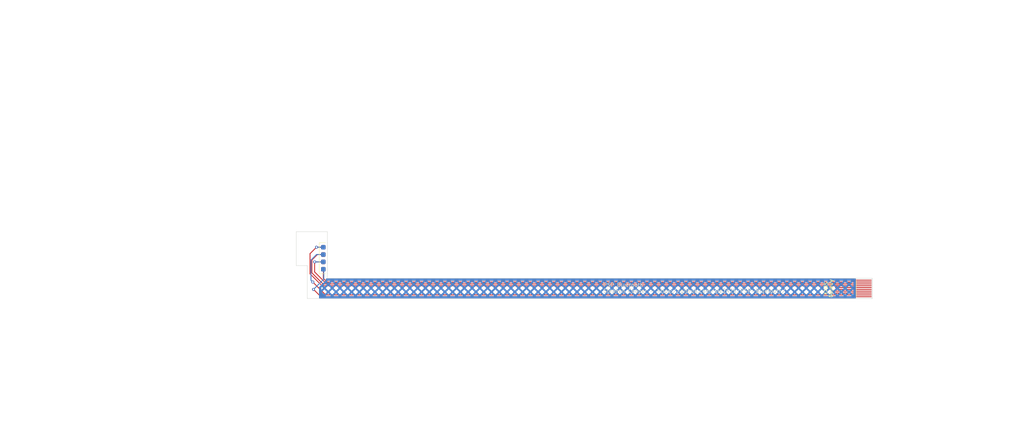
<source format=kicad_pcb>
(kicad_pcb (version 20240108) (generator "pcbnew") (generator_version "8.0")
  (layers (0 "F.Cu" signal) (31 "B.Cu" signal) (34 "B.Paste" user) (35 "F.Paste" user) (36 "B.SilkS" user "B.Silkscreen") (37 "F.SilkS" user "F.Silkscreen") (38 "B.Mask" user) (39 "F.Mask" user) (44 "Edge.Cuts" user))
  (net 0 "")
  (net 1 "/gnd")
  (net 2 "/+v")
  (net 3 "/gnd3")
  (net 4 "/PSP_y")
  (net 5 "/Analog_y")
  (net 6 "/PSP_x")
  (net 7 "/analog_x")
  (footprint "consolizer:PSP-analog" (layer "F.Cu") (at 101.798531 138.749873 -90)
    (property "Reference" "C6" (hide yes))
    (property "Value" "PSP-analog")
    (fp_line (start -3.5 1.25) (end 5 1.25) (stroke (width 0.12)) (layer "F.SilkS"))
    (fp_line (start 5 1.25) (end 5 -0.5) (stroke (width 0.1)) (layer "F.SilkS"))
    (fp_line (start -3.5 -0.5) (end -3.5 1.25) (stroke (width 0.1)) (layer "F.SilkS"))
    (fp_line (start 5 -1) (end -3.5 -1) (stroke (width 0.12)) (layer "Edge.Cuts"))
    (pad "1" smd roundrect (at -2.25 0.125 270) (size 1.25 1.25) (layers "F.Cu" "F.Paste" "F.Mask") (net 3 "/gnd3"))
    (pad "2" smd roundrect (at -0.25 0.125 270) (size 1.25 1.25) (layers "F.Cu" "F.Paste" "F.Mask") (net 7 "/analog_x"))
    (pad "3" smd roundrect (at 1.75 0.125 270) (size 1.25 1.25) (layers "F.Cu" "F.Paste" "F.Mask") (net 2 "/+v"))
    (pad "4" smd roundrect (at 3.75 0.125 270) (size 1.25 1.25) (layers "F.Cu" "F.Paste" "F.Mask") (net 5 "/Analog_y"))
    (pad "5" smd roundrect (at -2.25 0.125 270) (size 1.25 1.25) (layers "B.Cu" "B.Paste" "B.Mask") (net 3 "/gnd3"))
    (pad "6" smd roundrect (at -0.25 0.125 270) (size 1.25 1.25) (layers "B.Cu" "B.Paste" "B.Mask") (net 6 "/PSP_x"))
    (pad "7" smd roundrect (at 1.75 0.125 270) (size 1.25 1.25) (layers "B.Cu" "B.Paste" "B.Mask") (net 2 "/+v"))
    (pad "8" smd roundrect (at 3.75 0.125 270) (size 1.25 1.25) (layers "B.Cu" "B.Paste" "B.Mask") (net 4 "/PSP_y"))
  )
  (footprint "consolizer:flex_long_10" (layer "F.Cu") (at 247.317958 148 -90)
    (property "Reference" "C10" (hide yes))
    (property "Value" "flex-conector_10")
    (fp_line (start -2.5 0.18) (end 2 0.180915) (stroke (width 0.12)) (layer "F.SilkS"))
    (fp_line (start 2.5 6.000915) (end 2.5 -4.179085) (stroke (width 0.12)) (layer "Edge.Cuts"))
    (fp_line (start -3 6) (end -3 -4.18) (stroke (width 0.12)) (layer "Edge.Cuts"))
    (fp_line (start -3 -4.18) (end 2.5 -4.179085) (stroke (width 0.12)) (layer "Edge.Cuts"))
    (pad "1" smd custom (at -2.5 5 270) (size 0.25 2) (layers "F.Cu") (net 5 "/Analog_y") (options (clearance outline) (anchor rect)) (primitives (gr_poly (pts (xy 0.125 -1) (xy -0.125 -1) (xy -0.125 -9) (xy 0.125 -9)) (width 0) (fill yes))))
    (pad "2" smd custom (at -2 5 270) (size 0.25 2) (layers "F.Cu") (net 2 "/+v") (options (clearance outline) (anchor rect)) (primitives (gr_poly (pts (xy 0.125 -1) (xy -0.125 -1) (xy -0.125 -9) (xy 0.125 -9)) (width 0) (fill yes))))
    (pad "3" smd custom (at -1.5 5 270) (size 0.25 2) (layers "F.Cu") (net 7 "/analog_x") (options (clearance outline) (anchor rect)) (primitives (gr_poly (pts (xy 0.125 -1) (xy -0.125 -1) (xy -0.125 -9) (xy 0.125 -9)) (width 0) (fill yes))))
    (pad "4" smd custom (at -1 5 270) (size 0.25 2) (layers "F.Cu") (net 3 "/gnd3") (options (clearance outline) (anchor rect)) (primitives (gr_poly (pts (xy 0.125 -1) (xy -0.125 -1) (xy -0.125 -9) (xy 0.125 -9)) (width 0) (fill yes))))
    (pad "5" smd custom (at -0.5 5 270) (size 0.25 2) (layers "F.Cu") (options (clearance outline) (anchor rect)) (primitives (gr_poly (pts (xy 0.125 -1) (xy -0.125 -1) (xy -0.125 -9) (xy 0.125 -9)) (width 0) (fill yes))))
    (pad "6" smd custom (at 0 5 270) (size 0.25 2) (layers "F.Cu") (options (clearance outline) (anchor rect)) (primitives (gr_poly (pts (xy 0.125 -1) (xy -0.125 -1) (xy -0.125 -9) (xy 0.125 -9)) (width 0) (fill yes))))
    (pad "7" smd custom (at 0.5 5 270) (size 0.25 2) (layers "F.Cu") (options (clearance outline) (anchor rect)) (primitives (gr_poly (pts (xy 0.125 -1) (xy -0.125 -1) (xy -0.125 -9) (xy 0.125 -9)) (width 0) (fill yes))))
    (pad "8" smd custom (at 1 5 270) (size 0.25 2) (layers "F.Cu") (options (clearance outline) (anchor rect)) (primitives (gr_poly (pts (xy 0.125 -1) (xy -0.125 -1) (xy -0.125 -9) (xy 0.125 -9)) (width 0) (fill yes))))
    (pad "9" smd custom (at 1.5 5 270) (size 0.25 2) (layers "F.Cu") (net 6 "/PSP_x") (options (clearance outline) (anchor rect)) (primitives (gr_poly (pts (xy 0.125 -1) (xy -0.125 -1) (xy -0.125 -9) (xy 0.125 -9)) (width 0) (fill yes))))
    (pad "10" smd custom (at 2 5 270) (size 0.25 2) (layers "F.Cu") (net 4 "/PSP_y") (options (clearance outline) (anchor rect)) (primitives (gr_poly (pts (xy 0.125 -1) (xy -0.125 -1) (xy -0.125 -9) (xy 0.125 -9)) (width 0) (fill yes))))
  )
  (gr_line (start 94.299024 141.498859) (end 97.299024 141.498859) (stroke (width 0.1)) (layer "Edge.Cuts"))
  (gr_line (start 120.225184 144.999873) (end 236.225184 144.999873) (stroke (width 0.1)) (layer "Edge.Cuts"))
  (gr_line (start 241.317958 145) (end 236.225184 144.999873) (stroke (width 0.1)) (layer "Edge.Cuts"))
  (gr_line (start 97.299024 150.498859) (end 97.299024 141.498859) (stroke (width 0.1)) (layer "Edge.Cuts"))
  (gr_line (start 102.799024 143.748859) (end 102.799024 144.998859) (stroke (width 0.1)) (layer "Edge.Cuts"))
  (gr_line (start 183.049024 150.498859) (end 241.317043 150.5) (stroke (width 0.1)) (layer "Edge.Cuts"))
  (gr_line (start 94.299024 132.248859) (end 102.799024 132.248859) (stroke (width 0.1)) (layer "Edge.Cuts"))
  (gr_line (start 183.049024 150.498859) (end 97.299024 150.498859) (stroke (width 0.1)) (layer "Edge.Cuts"))
  (gr_line (start 102.799024 144.998859) (end 120.225184 144.999873) (stroke (width 0.1)) (layer "Edge.Cuts"))
  (gr_line (start 102.799024 135.248859) (end 102.799024 132.248859) (stroke (width 0.1)) (layer "Edge.Cuts"))
  (gr_line (start 94.299024 132.248859) (end 94.299024 141.498859) (stroke (width 0.1)) (layer "Edge.Cuts"))
  (gr_text "Analog\nStick" (at 238.225184 147.749873 -90) (layer "F.SilkS") (effects (font (size 1 1)) (justify bottom)))
  (gr_text "PSP Bluetooth\nStephen Cooper - https://github.com/ste2425/PSP-Bluetooth/" (at 178 149 0) (layer "Edge.Cuts") (effects (font (size 1 1)) (justify left bottom)))
  (segment (start 99.299024 140.498859) (end 99.299024 143.248859) (width 0.25) (layer "F.Cu") (net 2))
  (segment (start 102.049024 145.998859) (end 113.049024 145.998859) (width 0.25) (layer "F.Cu") (net 2))
  (segment (start 101.674024 140.498859) (end 99.299024 140.498859) (width 0.25) (layer "F.Cu") (net 2))
  (segment (start 99.299024 143.248859) (end 102.049024 145.998859) (width 0.25) (layer "F.Cu") (net 2))
  (segment (start 113.050038 145.999873) (end 242.549939 145.999873) (width 0.25) (layer "F.Cu") (net 2))
  (segment (start 113.049024 145.998859) (end 113.050038 145.999873) (width 0.25) (layer "F.Cu") (net 2))
  (via (at 99.299024 140.498859) (size 0.8) (drill 0.4) (layers "F.Cu" "B.Cu") (net 2))
  (segment (start 101.674024 140.498859) (end 99.299024 140.498859) (width 0.25) (layer "B.Cu") (net 2))
  (segment (start 99.799024 136.498859) (end 98.049024 138.248859) (width 0.25) (layer "F.Cu") (net 3))
  (segment (start 101.674024 136.498859) (end 99.799024 136.498859) (width 0.25) (layer "F.Cu") (net 3))
  (segment (start 101.300038 146.999873) (end 242.549939 146.999873) (width 0.25) (layer "F.Cu") (net 3))
  (segment (start 98.049024 138.248859) (end 98.049024 143.748859) (width 0.25) (layer "F.Cu") (net 3))
  (segment (start 98.049024 143.748859) (end 101.300038 146.999873) (width 0.25) (layer "F.Cu") (net 3))
  (via (at 99.799024 136.498859) (size 0.8) (drill 0.4) (layers "F.Cu" "B.Cu") (net 3))
  (segment (start 101.674024 136.498859) (end 99.799024 136.498859) (width 0.25) (layer "B.Cu") (net 3))
  (segment (start 99 148) (end 100.999873 149.999873) (width 0.25) (layer "F.Cu") (net 4))
  (segment (start 100.999873 149.999873) (end 242.549939 149.999873) (width 0.25) (layer "F.Cu") (net 4))
  (via (at 99 148) (size 0.8) (drill 0.4) (layers "F.Cu" "B.Cu") (net 4))
  (segment (start 101.799024 142.623859) (end 101.674024 142.498859) (width 0.25) (layer "B.Cu") (net 4))
  (segment (start 101.799024 145.200976) (end 101.799024 142.623859) (width 0.25) (layer "B.Cu") (net 4))
  (segment (start 99 148) (end 101.799024 145.200976) (width 0.25) (layer "B.Cu") (net 4))
  (segment (start 102.186434 145.499873) (end 101.674024 144.987463) (width 0.25) (layer "F.Cu") (net 5))
  (segment (start 101.674024 144.987463) (end 101.674024 142.498859) (width 0.25) (layer "F.Cu") (net 5))
  (segment (start 242.549939 145.499873) (end 102.186434 145.499873) (width 0.25) (layer "F.Cu") (net 5))
  (segment (start 98.799024 146) (end 102.299024 149.5) (width 0.25) (layer "F.Cu") (net 6))
  (segment (start 102.500127 149.499873) (end 242.549939 149.499873) (width 0.25) (layer "F.Cu") (net 6))
  (segment (start 102.5 149.5) (end 102.500127 149.499873) (width 0.25) (layer "F.Cu") (net 6))
  (segment (start 102.299024 149.5) (end 102.5 149.5) (width 0.25) (layer "F.Cu") (net 6))
  (via (at 98.799024 146) (size 0.8) (drill 0.4) (layers "F.Cu" "B.Cu") (net 6))
  (segment (start 98.799024 146) (end 98.299024 145.5) (width 0.25) (layer "B.Cu") (net 6))
  (segment (start 99.799024 138.498859) (end 101.674024 138.498859) (width 0.25) (layer "B.Cu") (net 6))
  (segment (start 98.299024 139.998859) (end 99.799024 138.498859) (width 0.25) (layer "B.Cu") (net 6))
  (segment (start 98.299024 145.5) (end 98.299024 139.998859) (width 0.25) (layer "B.Cu") (net 6))
  (segment (start 98.549024 143.500887) (end 98.549024 139.998859) (width 0.25) (layer "F.Cu") (net 7))
  (segment (start 98.549024 139.998859) (end 100.049024 138.498859) (width 0.25) (layer "F.Cu") (net 7))
  (segment (start 242.549939 146.499873) (end 101.54801 146.499873) (width 0.25) (layer "F.Cu") (net 7))
  (segment (start 101.54801 146.499873) (end 98.549024 143.500887) (width 0.25) (layer "F.Cu") (net 7))
  (segment (start 100.049024 138.498859) (end 101.674024 138.498859) (width 0.25) (layer "F.Cu") (net 7))
  (zone (net 1) (net_name "/gnd") (layer "B.Cu") (connect_pads (clearance 0.5)) (min_thickness 0.25) (fill yes (mode hatch) (thermal_gap 0.5) (thermal_bridge_width 0.5) (hatch_thickness 0.5) (hatch_gap 1) (hatch_orientation 45) (hatch_border_algorithm hatch_thickness) (hatch_min_hole_area 0.3))
    (polygon (pts (xy 100.5 145) (xy 100.5 150.5) (xy 247 150.5) (xy 247 145)))
  )
)
</source>
